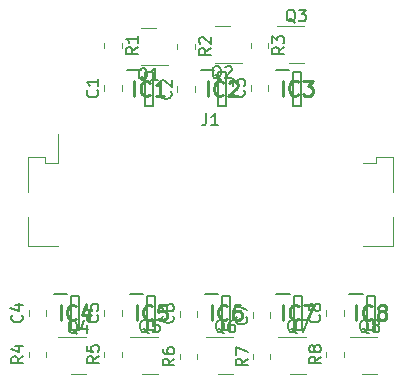
<source format=gbr>
%TF.GenerationSoftware,KiCad,Pcbnew,(6.0.0)*%
%TF.CreationDate,2022-03-28T21:02:23+02:00*%
%TF.ProjectId,BMS,424d532e-6b69-4636-9164-5f7063625858,rev?*%
%TF.SameCoordinates,Original*%
%TF.FileFunction,Legend,Top*%
%TF.FilePolarity,Positive*%
%FSLAX46Y46*%
G04 Gerber Fmt 4.6, Leading zero omitted, Abs format (unit mm)*
G04 Created by KiCad (PCBNEW (6.0.0)) date 2022-03-28 21:02:23*
%MOMM*%
%LPD*%
G01*
G04 APERTURE LIST*
%ADD10C,0.150000*%
%ADD11C,0.254000*%
%ADD12C,0.120000*%
%ADD13C,0.200000*%
G04 APERTURE END LIST*
D10*
%TO.C,R8*%
X116002380Y-94679166D02*
X115526190Y-95012500D01*
X116002380Y-95250595D02*
X115002380Y-95250595D01*
X115002380Y-94869642D01*
X115050000Y-94774404D01*
X115097619Y-94726785D01*
X115192857Y-94679166D01*
X115335714Y-94679166D01*
X115430952Y-94726785D01*
X115478571Y-94774404D01*
X115526190Y-94869642D01*
X115526190Y-95250595D01*
X115430952Y-94107738D02*
X115383333Y-94202976D01*
X115335714Y-94250595D01*
X115240476Y-94298214D01*
X115192857Y-94298214D01*
X115097619Y-94250595D01*
X115050000Y-94202976D01*
X115002380Y-94107738D01*
X115002380Y-93917261D01*
X115050000Y-93822023D01*
X115097619Y-93774404D01*
X115192857Y-93726785D01*
X115240476Y-93726785D01*
X115335714Y-93774404D01*
X115383333Y-93822023D01*
X115430952Y-93917261D01*
X115430952Y-94107738D01*
X115478571Y-94202976D01*
X115526190Y-94250595D01*
X115621428Y-94298214D01*
X115811904Y-94298214D01*
X115907142Y-94250595D01*
X115954761Y-94202976D01*
X116002380Y-94107738D01*
X116002380Y-93917261D01*
X115954761Y-93822023D01*
X115907142Y-93774404D01*
X115811904Y-93726785D01*
X115621428Y-93726785D01*
X115526190Y-93774404D01*
X115478571Y-93822023D01*
X115430952Y-93917261D01*
%TO.C,R7*%
X109802380Y-94854166D02*
X109326190Y-95187500D01*
X109802380Y-95425595D02*
X108802380Y-95425595D01*
X108802380Y-95044642D01*
X108850000Y-94949404D01*
X108897619Y-94901785D01*
X108992857Y-94854166D01*
X109135714Y-94854166D01*
X109230952Y-94901785D01*
X109278571Y-94949404D01*
X109326190Y-95044642D01*
X109326190Y-95425595D01*
X108802380Y-94520833D02*
X108802380Y-93854166D01*
X109802380Y-94282738D01*
%TO.C,R6*%
X103602380Y-94854166D02*
X103126190Y-95187500D01*
X103602380Y-95425595D02*
X102602380Y-95425595D01*
X102602380Y-95044642D01*
X102650000Y-94949404D01*
X102697619Y-94901785D01*
X102792857Y-94854166D01*
X102935714Y-94854166D01*
X103030952Y-94901785D01*
X103078571Y-94949404D01*
X103126190Y-95044642D01*
X103126190Y-95425595D01*
X102602380Y-93997023D02*
X102602380Y-94187500D01*
X102650000Y-94282738D01*
X102697619Y-94330357D01*
X102840476Y-94425595D01*
X103030952Y-94473214D01*
X103411904Y-94473214D01*
X103507142Y-94425595D01*
X103554761Y-94377976D01*
X103602380Y-94282738D01*
X103602380Y-94092261D01*
X103554761Y-93997023D01*
X103507142Y-93949404D01*
X103411904Y-93901785D01*
X103173809Y-93901785D01*
X103078571Y-93949404D01*
X103030952Y-93997023D01*
X102983333Y-94092261D01*
X102983333Y-94282738D01*
X103030952Y-94377976D01*
X103078571Y-94425595D01*
X103173809Y-94473214D01*
%TO.C,R5*%
X97202380Y-94654166D02*
X96726190Y-94987500D01*
X97202380Y-95225595D02*
X96202380Y-95225595D01*
X96202380Y-94844642D01*
X96250000Y-94749404D01*
X96297619Y-94701785D01*
X96392857Y-94654166D01*
X96535714Y-94654166D01*
X96630952Y-94701785D01*
X96678571Y-94749404D01*
X96726190Y-94844642D01*
X96726190Y-95225595D01*
X96202380Y-93749404D02*
X96202380Y-94225595D01*
X96678571Y-94273214D01*
X96630952Y-94225595D01*
X96583333Y-94130357D01*
X96583333Y-93892261D01*
X96630952Y-93797023D01*
X96678571Y-93749404D01*
X96773809Y-93701785D01*
X97011904Y-93701785D01*
X97107142Y-93749404D01*
X97154761Y-93797023D01*
X97202380Y-93892261D01*
X97202380Y-94130357D01*
X97154761Y-94225595D01*
X97107142Y-94273214D01*
%TO.C,R4*%
X90802380Y-94654166D02*
X90326190Y-94987500D01*
X90802380Y-95225595D02*
X89802380Y-95225595D01*
X89802380Y-94844642D01*
X89850000Y-94749404D01*
X89897619Y-94701785D01*
X89992857Y-94654166D01*
X90135714Y-94654166D01*
X90230952Y-94701785D01*
X90278571Y-94749404D01*
X90326190Y-94844642D01*
X90326190Y-95225595D01*
X90135714Y-93797023D02*
X90802380Y-93797023D01*
X89754761Y-94035119D02*
X90469047Y-94273214D01*
X90469047Y-93654166D01*
%TO.C,R3*%
X112902380Y-68479166D02*
X112426190Y-68812500D01*
X112902380Y-69050595D02*
X111902380Y-69050595D01*
X111902380Y-68669642D01*
X111950000Y-68574404D01*
X111997619Y-68526785D01*
X112092857Y-68479166D01*
X112235714Y-68479166D01*
X112330952Y-68526785D01*
X112378571Y-68574404D01*
X112426190Y-68669642D01*
X112426190Y-69050595D01*
X111902380Y-68145833D02*
X111902380Y-67526785D01*
X112283333Y-67860119D01*
X112283333Y-67717261D01*
X112330952Y-67622023D01*
X112378571Y-67574404D01*
X112473809Y-67526785D01*
X112711904Y-67526785D01*
X112807142Y-67574404D01*
X112854761Y-67622023D01*
X112902380Y-67717261D01*
X112902380Y-68002976D01*
X112854761Y-68098214D01*
X112807142Y-68145833D01*
%TO.C,R2*%
X106702380Y-68566666D02*
X106226190Y-68900000D01*
X106702380Y-69138095D02*
X105702380Y-69138095D01*
X105702380Y-68757142D01*
X105750000Y-68661904D01*
X105797619Y-68614285D01*
X105892857Y-68566666D01*
X106035714Y-68566666D01*
X106130952Y-68614285D01*
X106178571Y-68661904D01*
X106226190Y-68757142D01*
X106226190Y-69138095D01*
X105797619Y-68185714D02*
X105750000Y-68138095D01*
X105702380Y-68042857D01*
X105702380Y-67804761D01*
X105750000Y-67709523D01*
X105797619Y-67661904D01*
X105892857Y-67614285D01*
X105988095Y-67614285D01*
X106130952Y-67661904D01*
X106702380Y-68233333D01*
X106702380Y-67614285D01*
%TO.C,R1*%
X100502380Y-68479166D02*
X100026190Y-68812500D01*
X100502380Y-69050595D02*
X99502380Y-69050595D01*
X99502380Y-68669642D01*
X99550000Y-68574404D01*
X99597619Y-68526785D01*
X99692857Y-68479166D01*
X99835714Y-68479166D01*
X99930952Y-68526785D01*
X99978571Y-68574404D01*
X100026190Y-68669642D01*
X100026190Y-69050595D01*
X100502380Y-67526785D02*
X100502380Y-68098214D01*
X100502380Y-67812500D02*
X99502380Y-67812500D01*
X99645238Y-67907738D01*
X99740476Y-68002976D01*
X99788095Y-68098214D01*
%TO.C,Q8*%
X120042261Y-92697619D02*
X119947023Y-92650000D01*
X119851785Y-92554761D01*
X119708928Y-92411904D01*
X119613690Y-92364285D01*
X119518452Y-92364285D01*
X119566071Y-92602380D02*
X119470833Y-92554761D01*
X119375595Y-92459523D01*
X119327976Y-92269047D01*
X119327976Y-91935714D01*
X119375595Y-91745238D01*
X119470833Y-91650000D01*
X119566071Y-91602380D01*
X119756547Y-91602380D01*
X119851785Y-91650000D01*
X119947023Y-91745238D01*
X119994642Y-91935714D01*
X119994642Y-92269047D01*
X119947023Y-92459523D01*
X119851785Y-92554761D01*
X119756547Y-92602380D01*
X119566071Y-92602380D01*
X120566071Y-92030952D02*
X120470833Y-91983333D01*
X120423214Y-91935714D01*
X120375595Y-91840476D01*
X120375595Y-91792857D01*
X120423214Y-91697619D01*
X120470833Y-91650000D01*
X120566071Y-91602380D01*
X120756547Y-91602380D01*
X120851785Y-91650000D01*
X120899404Y-91697619D01*
X120947023Y-91792857D01*
X120947023Y-91840476D01*
X120899404Y-91935714D01*
X120851785Y-91983333D01*
X120756547Y-92030952D01*
X120566071Y-92030952D01*
X120470833Y-92078571D01*
X120423214Y-92126190D01*
X120375595Y-92221428D01*
X120375595Y-92411904D01*
X120423214Y-92507142D01*
X120470833Y-92554761D01*
X120566071Y-92602380D01*
X120756547Y-92602380D01*
X120851785Y-92554761D01*
X120899404Y-92507142D01*
X120947023Y-92411904D01*
X120947023Y-92221428D01*
X120899404Y-92126190D01*
X120851785Y-92078571D01*
X120756547Y-92030952D01*
%TO.C,Q7*%
X113967261Y-92697619D02*
X113872023Y-92650000D01*
X113776785Y-92554761D01*
X113633928Y-92411904D01*
X113538690Y-92364285D01*
X113443452Y-92364285D01*
X113491071Y-92602380D02*
X113395833Y-92554761D01*
X113300595Y-92459523D01*
X113252976Y-92269047D01*
X113252976Y-91935714D01*
X113300595Y-91745238D01*
X113395833Y-91650000D01*
X113491071Y-91602380D01*
X113681547Y-91602380D01*
X113776785Y-91650000D01*
X113872023Y-91745238D01*
X113919642Y-91935714D01*
X113919642Y-92269047D01*
X113872023Y-92459523D01*
X113776785Y-92554761D01*
X113681547Y-92602380D01*
X113491071Y-92602380D01*
X114252976Y-91602380D02*
X114919642Y-91602380D01*
X114491071Y-92602380D01*
%TO.C,Q6*%
X107842261Y-92697619D02*
X107747023Y-92650000D01*
X107651785Y-92554761D01*
X107508928Y-92411904D01*
X107413690Y-92364285D01*
X107318452Y-92364285D01*
X107366071Y-92602380D02*
X107270833Y-92554761D01*
X107175595Y-92459523D01*
X107127976Y-92269047D01*
X107127976Y-91935714D01*
X107175595Y-91745238D01*
X107270833Y-91650000D01*
X107366071Y-91602380D01*
X107556547Y-91602380D01*
X107651785Y-91650000D01*
X107747023Y-91745238D01*
X107794642Y-91935714D01*
X107794642Y-92269047D01*
X107747023Y-92459523D01*
X107651785Y-92554761D01*
X107556547Y-92602380D01*
X107366071Y-92602380D01*
X108651785Y-91602380D02*
X108461309Y-91602380D01*
X108366071Y-91650000D01*
X108318452Y-91697619D01*
X108223214Y-91840476D01*
X108175595Y-92030952D01*
X108175595Y-92411904D01*
X108223214Y-92507142D01*
X108270833Y-92554761D01*
X108366071Y-92602380D01*
X108556547Y-92602380D01*
X108651785Y-92554761D01*
X108699404Y-92507142D01*
X108747023Y-92411904D01*
X108747023Y-92173809D01*
X108699404Y-92078571D01*
X108651785Y-92030952D01*
X108556547Y-91983333D01*
X108366071Y-91983333D01*
X108270833Y-92030952D01*
X108223214Y-92078571D01*
X108175595Y-92173809D01*
%TO.C,Q5*%
X101442261Y-92697619D02*
X101347023Y-92650000D01*
X101251785Y-92554761D01*
X101108928Y-92411904D01*
X101013690Y-92364285D01*
X100918452Y-92364285D01*
X100966071Y-92602380D02*
X100870833Y-92554761D01*
X100775595Y-92459523D01*
X100727976Y-92269047D01*
X100727976Y-91935714D01*
X100775595Y-91745238D01*
X100870833Y-91650000D01*
X100966071Y-91602380D01*
X101156547Y-91602380D01*
X101251785Y-91650000D01*
X101347023Y-91745238D01*
X101394642Y-91935714D01*
X101394642Y-92269047D01*
X101347023Y-92459523D01*
X101251785Y-92554761D01*
X101156547Y-92602380D01*
X100966071Y-92602380D01*
X102299404Y-91602380D02*
X101823214Y-91602380D01*
X101775595Y-92078571D01*
X101823214Y-92030952D01*
X101918452Y-91983333D01*
X102156547Y-91983333D01*
X102251785Y-92030952D01*
X102299404Y-92078571D01*
X102347023Y-92173809D01*
X102347023Y-92411904D01*
X102299404Y-92507142D01*
X102251785Y-92554761D01*
X102156547Y-92602380D01*
X101918452Y-92602380D01*
X101823214Y-92554761D01*
X101775595Y-92507142D01*
%TO.C,Q4*%
X95367261Y-92747619D02*
X95272023Y-92700000D01*
X95176785Y-92604761D01*
X95033928Y-92461904D01*
X94938690Y-92414285D01*
X94843452Y-92414285D01*
X94891071Y-92652380D02*
X94795833Y-92604761D01*
X94700595Y-92509523D01*
X94652976Y-92319047D01*
X94652976Y-91985714D01*
X94700595Y-91795238D01*
X94795833Y-91700000D01*
X94891071Y-91652380D01*
X95081547Y-91652380D01*
X95176785Y-91700000D01*
X95272023Y-91795238D01*
X95319642Y-91985714D01*
X95319642Y-92319047D01*
X95272023Y-92509523D01*
X95176785Y-92604761D01*
X95081547Y-92652380D01*
X94891071Y-92652380D01*
X96176785Y-91985714D02*
X96176785Y-92652380D01*
X95938690Y-91604761D02*
X95700595Y-92319047D01*
X96319642Y-92319047D01*
%TO.C,Q3*%
X113842261Y-66397619D02*
X113747023Y-66350000D01*
X113651785Y-66254761D01*
X113508928Y-66111904D01*
X113413690Y-66064285D01*
X113318452Y-66064285D01*
X113366071Y-66302380D02*
X113270833Y-66254761D01*
X113175595Y-66159523D01*
X113127976Y-65969047D01*
X113127976Y-65635714D01*
X113175595Y-65445238D01*
X113270833Y-65350000D01*
X113366071Y-65302380D01*
X113556547Y-65302380D01*
X113651785Y-65350000D01*
X113747023Y-65445238D01*
X113794642Y-65635714D01*
X113794642Y-65969047D01*
X113747023Y-66159523D01*
X113651785Y-66254761D01*
X113556547Y-66302380D01*
X113366071Y-66302380D01*
X114127976Y-65302380D02*
X114747023Y-65302380D01*
X114413690Y-65683333D01*
X114556547Y-65683333D01*
X114651785Y-65730952D01*
X114699404Y-65778571D01*
X114747023Y-65873809D01*
X114747023Y-66111904D01*
X114699404Y-66207142D01*
X114651785Y-66254761D01*
X114556547Y-66302380D01*
X114270833Y-66302380D01*
X114175595Y-66254761D01*
X114127976Y-66207142D01*
%TO.C,Q2*%
X107567261Y-71197619D02*
X107472023Y-71150000D01*
X107376785Y-71054761D01*
X107233928Y-70911904D01*
X107138690Y-70864285D01*
X107043452Y-70864285D01*
X107091071Y-71102380D02*
X106995833Y-71054761D01*
X106900595Y-70959523D01*
X106852976Y-70769047D01*
X106852976Y-70435714D01*
X106900595Y-70245238D01*
X106995833Y-70150000D01*
X107091071Y-70102380D01*
X107281547Y-70102380D01*
X107376785Y-70150000D01*
X107472023Y-70245238D01*
X107519642Y-70435714D01*
X107519642Y-70769047D01*
X107472023Y-70959523D01*
X107376785Y-71054761D01*
X107281547Y-71102380D01*
X107091071Y-71102380D01*
X107900595Y-70197619D02*
X107948214Y-70150000D01*
X108043452Y-70102380D01*
X108281547Y-70102380D01*
X108376785Y-70150000D01*
X108424404Y-70197619D01*
X108472023Y-70292857D01*
X108472023Y-70388095D01*
X108424404Y-70530952D01*
X107852976Y-71102380D01*
X108472023Y-71102380D01*
%TO.C,Q1*%
X101304761Y-71347619D02*
X101209523Y-71300000D01*
X101114285Y-71204761D01*
X100971428Y-71061904D01*
X100876190Y-71014285D01*
X100780952Y-71014285D01*
X100828571Y-71252380D02*
X100733333Y-71204761D01*
X100638095Y-71109523D01*
X100590476Y-70919047D01*
X100590476Y-70585714D01*
X100638095Y-70395238D01*
X100733333Y-70300000D01*
X100828571Y-70252380D01*
X101019047Y-70252380D01*
X101114285Y-70300000D01*
X101209523Y-70395238D01*
X101257142Y-70585714D01*
X101257142Y-70919047D01*
X101209523Y-71109523D01*
X101114285Y-71204761D01*
X101019047Y-71252380D01*
X100828571Y-71252380D01*
X102209523Y-71252380D02*
X101638095Y-71252380D01*
X101923809Y-71252380D02*
X101923809Y-70252380D01*
X101828571Y-70395238D01*
X101733333Y-70490476D01*
X101638095Y-70538095D01*
%TO.C,J1*%
X106306666Y-74082380D02*
X106306666Y-74796666D01*
X106259047Y-74939523D01*
X106163809Y-75034761D01*
X106020952Y-75082380D01*
X105925714Y-75082380D01*
X107306666Y-75082380D02*
X106735238Y-75082380D01*
X107020952Y-75082380D02*
X107020952Y-74082380D01*
X106925714Y-74225238D01*
X106830476Y-74320476D01*
X106735238Y-74368095D01*
D11*
%TO.C,IC8*%
X119010238Y-91574523D02*
X119010238Y-90304523D01*
X120340714Y-91453571D02*
X120280238Y-91514047D01*
X120098809Y-91574523D01*
X119977857Y-91574523D01*
X119796428Y-91514047D01*
X119675476Y-91393095D01*
X119615000Y-91272142D01*
X119554523Y-91030238D01*
X119554523Y-90848809D01*
X119615000Y-90606904D01*
X119675476Y-90485952D01*
X119796428Y-90365000D01*
X119977857Y-90304523D01*
X120098809Y-90304523D01*
X120280238Y-90365000D01*
X120340714Y-90425476D01*
X121066428Y-90848809D02*
X120945476Y-90788333D01*
X120885000Y-90727857D01*
X120824523Y-90606904D01*
X120824523Y-90546428D01*
X120885000Y-90425476D01*
X120945476Y-90365000D01*
X121066428Y-90304523D01*
X121308333Y-90304523D01*
X121429285Y-90365000D01*
X121489761Y-90425476D01*
X121550238Y-90546428D01*
X121550238Y-90606904D01*
X121489761Y-90727857D01*
X121429285Y-90788333D01*
X121308333Y-90848809D01*
X121066428Y-90848809D01*
X120945476Y-90909285D01*
X120885000Y-90969761D01*
X120824523Y-91090714D01*
X120824523Y-91332619D01*
X120885000Y-91453571D01*
X120945476Y-91514047D01*
X121066428Y-91574523D01*
X121308333Y-91574523D01*
X121429285Y-91514047D01*
X121489761Y-91453571D01*
X121550238Y-91332619D01*
X121550238Y-91090714D01*
X121489761Y-90969761D01*
X121429285Y-90909285D01*
X121308333Y-90848809D01*
%TO.C,IC7*%
X112810238Y-91574523D02*
X112810238Y-90304523D01*
X114140714Y-91453571D02*
X114080238Y-91514047D01*
X113898809Y-91574523D01*
X113777857Y-91574523D01*
X113596428Y-91514047D01*
X113475476Y-91393095D01*
X113415000Y-91272142D01*
X113354523Y-91030238D01*
X113354523Y-90848809D01*
X113415000Y-90606904D01*
X113475476Y-90485952D01*
X113596428Y-90365000D01*
X113777857Y-90304523D01*
X113898809Y-90304523D01*
X114080238Y-90365000D01*
X114140714Y-90425476D01*
X114564047Y-90304523D02*
X115410714Y-90304523D01*
X114866428Y-91574523D01*
%TO.C,IC6*%
X106760238Y-91574523D02*
X106760238Y-90304523D01*
X108090714Y-91453571D02*
X108030238Y-91514047D01*
X107848809Y-91574523D01*
X107727857Y-91574523D01*
X107546428Y-91514047D01*
X107425476Y-91393095D01*
X107365000Y-91272142D01*
X107304523Y-91030238D01*
X107304523Y-90848809D01*
X107365000Y-90606904D01*
X107425476Y-90485952D01*
X107546428Y-90365000D01*
X107727857Y-90304523D01*
X107848809Y-90304523D01*
X108030238Y-90365000D01*
X108090714Y-90425476D01*
X109179285Y-90304523D02*
X108937380Y-90304523D01*
X108816428Y-90365000D01*
X108755952Y-90425476D01*
X108635000Y-90606904D01*
X108574523Y-90848809D01*
X108574523Y-91332619D01*
X108635000Y-91453571D01*
X108695476Y-91514047D01*
X108816428Y-91574523D01*
X109058333Y-91574523D01*
X109179285Y-91514047D01*
X109239761Y-91453571D01*
X109300238Y-91332619D01*
X109300238Y-91030238D01*
X109239761Y-90909285D01*
X109179285Y-90848809D01*
X109058333Y-90788333D01*
X108816428Y-90788333D01*
X108695476Y-90848809D01*
X108635000Y-90909285D01*
X108574523Y-91030238D01*
%TO.C,IC5*%
X100410238Y-91574523D02*
X100410238Y-90304523D01*
X101740714Y-91453571D02*
X101680238Y-91514047D01*
X101498809Y-91574523D01*
X101377857Y-91574523D01*
X101196428Y-91514047D01*
X101075476Y-91393095D01*
X101015000Y-91272142D01*
X100954523Y-91030238D01*
X100954523Y-90848809D01*
X101015000Y-90606904D01*
X101075476Y-90485952D01*
X101196428Y-90365000D01*
X101377857Y-90304523D01*
X101498809Y-90304523D01*
X101680238Y-90365000D01*
X101740714Y-90425476D01*
X102889761Y-90304523D02*
X102285000Y-90304523D01*
X102224523Y-90909285D01*
X102285000Y-90848809D01*
X102405952Y-90788333D01*
X102708333Y-90788333D01*
X102829285Y-90848809D01*
X102889761Y-90909285D01*
X102950238Y-91030238D01*
X102950238Y-91332619D01*
X102889761Y-91453571D01*
X102829285Y-91514047D01*
X102708333Y-91574523D01*
X102405952Y-91574523D01*
X102285000Y-91514047D01*
X102224523Y-91453571D01*
%TO.C,IC4*%
X93960238Y-91574523D02*
X93960238Y-90304523D01*
X95290714Y-91453571D02*
X95230238Y-91514047D01*
X95048809Y-91574523D01*
X94927857Y-91574523D01*
X94746428Y-91514047D01*
X94625476Y-91393095D01*
X94565000Y-91272142D01*
X94504523Y-91030238D01*
X94504523Y-90848809D01*
X94565000Y-90606904D01*
X94625476Y-90485952D01*
X94746428Y-90365000D01*
X94927857Y-90304523D01*
X95048809Y-90304523D01*
X95230238Y-90365000D01*
X95290714Y-90425476D01*
X96379285Y-90727857D02*
X96379285Y-91574523D01*
X96076904Y-90244047D02*
X95774523Y-91151190D01*
X96560714Y-91151190D01*
%TO.C,IC3*%
X112760238Y-72574523D02*
X112760238Y-71304523D01*
X114090714Y-72453571D02*
X114030238Y-72514047D01*
X113848809Y-72574523D01*
X113727857Y-72574523D01*
X113546428Y-72514047D01*
X113425476Y-72393095D01*
X113365000Y-72272142D01*
X113304523Y-72030238D01*
X113304523Y-71848809D01*
X113365000Y-71606904D01*
X113425476Y-71485952D01*
X113546428Y-71365000D01*
X113727857Y-71304523D01*
X113848809Y-71304523D01*
X114030238Y-71365000D01*
X114090714Y-71425476D01*
X114514047Y-71304523D02*
X115300238Y-71304523D01*
X114876904Y-71788333D01*
X115058333Y-71788333D01*
X115179285Y-71848809D01*
X115239761Y-71909285D01*
X115300238Y-72030238D01*
X115300238Y-72332619D01*
X115239761Y-72453571D01*
X115179285Y-72514047D01*
X115058333Y-72574523D01*
X114695476Y-72574523D01*
X114574523Y-72514047D01*
X114514047Y-72453571D01*
%TO.C,IC2*%
X106410238Y-72624523D02*
X106410238Y-71354523D01*
X107740714Y-72503571D02*
X107680238Y-72564047D01*
X107498809Y-72624523D01*
X107377857Y-72624523D01*
X107196428Y-72564047D01*
X107075476Y-72443095D01*
X107015000Y-72322142D01*
X106954523Y-72080238D01*
X106954523Y-71898809D01*
X107015000Y-71656904D01*
X107075476Y-71535952D01*
X107196428Y-71415000D01*
X107377857Y-71354523D01*
X107498809Y-71354523D01*
X107680238Y-71415000D01*
X107740714Y-71475476D01*
X108224523Y-71475476D02*
X108285000Y-71415000D01*
X108405952Y-71354523D01*
X108708333Y-71354523D01*
X108829285Y-71415000D01*
X108889761Y-71475476D01*
X108950238Y-71596428D01*
X108950238Y-71717380D01*
X108889761Y-71898809D01*
X108164047Y-72624523D01*
X108950238Y-72624523D01*
%TO.C,IC1*%
X100210238Y-72624523D02*
X100210238Y-71354523D01*
X101540714Y-72503571D02*
X101480238Y-72564047D01*
X101298809Y-72624523D01*
X101177857Y-72624523D01*
X100996428Y-72564047D01*
X100875476Y-72443095D01*
X100815000Y-72322142D01*
X100754523Y-72080238D01*
X100754523Y-71898809D01*
X100815000Y-71656904D01*
X100875476Y-71535952D01*
X100996428Y-71415000D01*
X101177857Y-71354523D01*
X101298809Y-71354523D01*
X101480238Y-71415000D01*
X101540714Y-71475476D01*
X102750238Y-72624523D02*
X102024523Y-72624523D01*
X102387380Y-72624523D02*
X102387380Y-71354523D01*
X102266428Y-71535952D01*
X102145476Y-71656904D01*
X102024523Y-71717380D01*
D10*
%TO.C,C8*%
X115877142Y-91166666D02*
X115924761Y-91214285D01*
X115972380Y-91357142D01*
X115972380Y-91452380D01*
X115924761Y-91595238D01*
X115829523Y-91690476D01*
X115734285Y-91738095D01*
X115543809Y-91785714D01*
X115400952Y-91785714D01*
X115210476Y-91738095D01*
X115115238Y-91690476D01*
X115020000Y-91595238D01*
X114972380Y-91452380D01*
X114972380Y-91357142D01*
X115020000Y-91214285D01*
X115067619Y-91166666D01*
X115400952Y-90595238D02*
X115353333Y-90690476D01*
X115305714Y-90738095D01*
X115210476Y-90785714D01*
X115162857Y-90785714D01*
X115067619Y-90738095D01*
X115020000Y-90690476D01*
X114972380Y-90595238D01*
X114972380Y-90404761D01*
X115020000Y-90309523D01*
X115067619Y-90261904D01*
X115162857Y-90214285D01*
X115210476Y-90214285D01*
X115305714Y-90261904D01*
X115353333Y-90309523D01*
X115400952Y-90404761D01*
X115400952Y-90595238D01*
X115448571Y-90690476D01*
X115496190Y-90738095D01*
X115591428Y-90785714D01*
X115781904Y-90785714D01*
X115877142Y-90738095D01*
X115924761Y-90690476D01*
X115972380Y-90595238D01*
X115972380Y-90404761D01*
X115924761Y-90309523D01*
X115877142Y-90261904D01*
X115781904Y-90214285D01*
X115591428Y-90214285D01*
X115496190Y-90261904D01*
X115448571Y-90309523D01*
X115400952Y-90404761D01*
%TO.C,C7*%
X109677142Y-91316666D02*
X109724761Y-91364285D01*
X109772380Y-91507142D01*
X109772380Y-91602380D01*
X109724761Y-91745238D01*
X109629523Y-91840476D01*
X109534285Y-91888095D01*
X109343809Y-91935714D01*
X109200952Y-91935714D01*
X109010476Y-91888095D01*
X108915238Y-91840476D01*
X108820000Y-91745238D01*
X108772380Y-91602380D01*
X108772380Y-91507142D01*
X108820000Y-91364285D01*
X108867619Y-91316666D01*
X108772380Y-90983333D02*
X108772380Y-90316666D01*
X109772380Y-90745238D01*
%TO.C,C6*%
X103477142Y-91216666D02*
X103524761Y-91264285D01*
X103572380Y-91407142D01*
X103572380Y-91502380D01*
X103524761Y-91645238D01*
X103429523Y-91740476D01*
X103334285Y-91788095D01*
X103143809Y-91835714D01*
X103000952Y-91835714D01*
X102810476Y-91788095D01*
X102715238Y-91740476D01*
X102620000Y-91645238D01*
X102572380Y-91502380D01*
X102572380Y-91407142D01*
X102620000Y-91264285D01*
X102667619Y-91216666D01*
X102572380Y-90359523D02*
X102572380Y-90550000D01*
X102620000Y-90645238D01*
X102667619Y-90692857D01*
X102810476Y-90788095D01*
X103000952Y-90835714D01*
X103381904Y-90835714D01*
X103477142Y-90788095D01*
X103524761Y-90740476D01*
X103572380Y-90645238D01*
X103572380Y-90454761D01*
X103524761Y-90359523D01*
X103477142Y-90311904D01*
X103381904Y-90264285D01*
X103143809Y-90264285D01*
X103048571Y-90311904D01*
X103000952Y-90359523D01*
X102953333Y-90454761D01*
X102953333Y-90645238D01*
X103000952Y-90740476D01*
X103048571Y-90788095D01*
X103143809Y-90835714D01*
%TO.C,C5*%
X97077142Y-91166666D02*
X97124761Y-91214285D01*
X97172380Y-91357142D01*
X97172380Y-91452380D01*
X97124761Y-91595238D01*
X97029523Y-91690476D01*
X96934285Y-91738095D01*
X96743809Y-91785714D01*
X96600952Y-91785714D01*
X96410476Y-91738095D01*
X96315238Y-91690476D01*
X96220000Y-91595238D01*
X96172380Y-91452380D01*
X96172380Y-91357142D01*
X96220000Y-91214285D01*
X96267619Y-91166666D01*
X96172380Y-90261904D02*
X96172380Y-90738095D01*
X96648571Y-90785714D01*
X96600952Y-90738095D01*
X96553333Y-90642857D01*
X96553333Y-90404761D01*
X96600952Y-90309523D01*
X96648571Y-90261904D01*
X96743809Y-90214285D01*
X96981904Y-90214285D01*
X97077142Y-90261904D01*
X97124761Y-90309523D01*
X97172380Y-90404761D01*
X97172380Y-90642857D01*
X97124761Y-90738095D01*
X97077142Y-90785714D01*
%TO.C,C4*%
X90677142Y-91166666D02*
X90724761Y-91214285D01*
X90772380Y-91357142D01*
X90772380Y-91452380D01*
X90724761Y-91595238D01*
X90629523Y-91690476D01*
X90534285Y-91738095D01*
X90343809Y-91785714D01*
X90200952Y-91785714D01*
X90010476Y-91738095D01*
X89915238Y-91690476D01*
X89820000Y-91595238D01*
X89772380Y-91452380D01*
X89772380Y-91357142D01*
X89820000Y-91214285D01*
X89867619Y-91166666D01*
X90105714Y-90309523D02*
X90772380Y-90309523D01*
X89724761Y-90547619D02*
X90439047Y-90785714D01*
X90439047Y-90166666D01*
%TO.C,C3*%
X109477142Y-72116666D02*
X109524761Y-72164285D01*
X109572380Y-72307142D01*
X109572380Y-72402380D01*
X109524761Y-72545238D01*
X109429523Y-72640476D01*
X109334285Y-72688095D01*
X109143809Y-72735714D01*
X109000952Y-72735714D01*
X108810476Y-72688095D01*
X108715238Y-72640476D01*
X108620000Y-72545238D01*
X108572380Y-72402380D01*
X108572380Y-72307142D01*
X108620000Y-72164285D01*
X108667619Y-72116666D01*
X108572380Y-71783333D02*
X108572380Y-71164285D01*
X108953333Y-71497619D01*
X108953333Y-71354761D01*
X109000952Y-71259523D01*
X109048571Y-71211904D01*
X109143809Y-71164285D01*
X109381904Y-71164285D01*
X109477142Y-71211904D01*
X109524761Y-71259523D01*
X109572380Y-71354761D01*
X109572380Y-71640476D01*
X109524761Y-71735714D01*
X109477142Y-71783333D01*
%TO.C,C2*%
X103277142Y-72216666D02*
X103324761Y-72264285D01*
X103372380Y-72407142D01*
X103372380Y-72502380D01*
X103324761Y-72645238D01*
X103229523Y-72740476D01*
X103134285Y-72788095D01*
X102943809Y-72835714D01*
X102800952Y-72835714D01*
X102610476Y-72788095D01*
X102515238Y-72740476D01*
X102420000Y-72645238D01*
X102372380Y-72502380D01*
X102372380Y-72407142D01*
X102420000Y-72264285D01*
X102467619Y-72216666D01*
X102467619Y-71835714D02*
X102420000Y-71788095D01*
X102372380Y-71692857D01*
X102372380Y-71454761D01*
X102420000Y-71359523D01*
X102467619Y-71311904D01*
X102562857Y-71264285D01*
X102658095Y-71264285D01*
X102800952Y-71311904D01*
X103372380Y-71883333D01*
X103372380Y-71264285D01*
%TO.C,C1*%
X97077142Y-72116666D02*
X97124761Y-72164285D01*
X97172380Y-72307142D01*
X97172380Y-72402380D01*
X97124761Y-72545238D01*
X97029523Y-72640476D01*
X96934285Y-72688095D01*
X96743809Y-72735714D01*
X96600952Y-72735714D01*
X96410476Y-72688095D01*
X96315238Y-72640476D01*
X96220000Y-72545238D01*
X96172380Y-72402380D01*
X96172380Y-72307142D01*
X96220000Y-72164285D01*
X96267619Y-72116666D01*
X97172380Y-71164285D02*
X97172380Y-71735714D01*
X97172380Y-71450000D02*
X96172380Y-71450000D01*
X96315238Y-71545238D01*
X96410476Y-71640476D01*
X96458095Y-71735714D01*
D12*
%TO.C,R8*%
X116465000Y-94739564D02*
X116465000Y-94285436D01*
X117935000Y-94739564D02*
X117935000Y-94285436D01*
%TO.C,R7*%
X110265000Y-94914564D02*
X110265000Y-94460436D01*
X111735000Y-94914564D02*
X111735000Y-94460436D01*
%TO.C,R6*%
X104065000Y-94914564D02*
X104065000Y-94460436D01*
X105535000Y-94914564D02*
X105535000Y-94460436D01*
%TO.C,R5*%
X97665000Y-94714564D02*
X97665000Y-94260436D01*
X99135000Y-94714564D02*
X99135000Y-94260436D01*
%TO.C,R4*%
X91265000Y-94714564D02*
X91265000Y-94260436D01*
X92735000Y-94714564D02*
X92735000Y-94260436D01*
%TO.C,R3*%
X111535000Y-68085436D02*
X111535000Y-68539564D01*
X110065000Y-68085436D02*
X110065000Y-68539564D01*
%TO.C,R2*%
X105335000Y-68172936D02*
X105335000Y-68627064D01*
X103865000Y-68172936D02*
X103865000Y-68627064D01*
%TO.C,R1*%
X99135000Y-68085436D02*
X99135000Y-68539564D01*
X97665000Y-68085436D02*
X97665000Y-68539564D01*
%TO.C,Q8*%
X120137500Y-96110000D02*
X120787500Y-96110000D01*
X120137500Y-96110000D02*
X119487500Y-96110000D01*
X120137500Y-92990000D02*
X120787500Y-92990000D01*
X120137500Y-92990000D02*
X118462500Y-92990000D01*
%TO.C,Q7*%
X114062500Y-96110000D02*
X114712500Y-96110000D01*
X114062500Y-96110000D02*
X113412500Y-96110000D01*
X114062500Y-92990000D02*
X114712500Y-92990000D01*
X114062500Y-92990000D02*
X112387500Y-92990000D01*
%TO.C,Q6*%
X107937500Y-96110000D02*
X108587500Y-96110000D01*
X107937500Y-96110000D02*
X107287500Y-96110000D01*
X107937500Y-92990000D02*
X108587500Y-92990000D01*
X107937500Y-92990000D02*
X106262500Y-92990000D01*
%TO.C,Q5*%
X101537500Y-96110000D02*
X102187500Y-96110000D01*
X101537500Y-96110000D02*
X100887500Y-96110000D01*
X101537500Y-92990000D02*
X102187500Y-92990000D01*
X101537500Y-92990000D02*
X99862500Y-92990000D01*
%TO.C,Q4*%
X95462500Y-96160000D02*
X96112500Y-96160000D01*
X95462500Y-96160000D02*
X94812500Y-96160000D01*
X95462500Y-93040000D02*
X96112500Y-93040000D01*
X95462500Y-93040000D02*
X93787500Y-93040000D01*
%TO.C,Q3*%
X113937500Y-69810000D02*
X114587500Y-69810000D01*
X113937500Y-69810000D02*
X113287500Y-69810000D01*
X113937500Y-66690000D02*
X114587500Y-66690000D01*
X113937500Y-66690000D02*
X112262500Y-66690000D01*
%TO.C,Q2*%
X107662500Y-66690000D02*
X107012500Y-66690000D01*
X107662500Y-66690000D02*
X108312500Y-66690000D01*
X107662500Y-69810000D02*
X107012500Y-69810000D01*
X107662500Y-69810000D02*
X109337500Y-69810000D01*
%TO.C,Q1*%
X101400000Y-66840000D02*
X100750000Y-66840000D01*
X101400000Y-66840000D02*
X102050000Y-66840000D01*
X101400000Y-69960000D02*
X100750000Y-69960000D01*
X101400000Y-69960000D02*
X103075000Y-69960000D01*
%TO.C,J1*%
X91205000Y-82885000D02*
X91205000Y-85340000D01*
X91205000Y-85340000D02*
X93745000Y-85340000D01*
X122075000Y-82885000D02*
X122075000Y-85340000D01*
X122075000Y-85340000D02*
X119535000Y-85340000D01*
X91205000Y-80715000D02*
X91205000Y-77750000D01*
X91205000Y-77750000D02*
X92625000Y-77750000D01*
X92625000Y-77750000D02*
X92625000Y-78250000D01*
X92625000Y-78250000D02*
X93745000Y-78250000D01*
X93745000Y-78250000D02*
X93745000Y-75830000D01*
X122075000Y-80715000D02*
X122075000Y-77750000D01*
X122075000Y-77750000D02*
X120655000Y-77750000D01*
X120655000Y-77750000D02*
X120655000Y-78250000D01*
X120655000Y-78250000D02*
X119535000Y-78250000D01*
D13*
%TO.C,IC8*%
X119925000Y-89550000D02*
X120575000Y-89550000D01*
X120575000Y-89550000D02*
X120575000Y-92450000D01*
X120575000Y-92450000D02*
X119925000Y-92450000D01*
X119925000Y-92450000D02*
X119925000Y-89550000D01*
X118425000Y-89400000D02*
X119575000Y-89400000D01*
%TO.C,IC7*%
X113725000Y-89550000D02*
X114375000Y-89550000D01*
X114375000Y-89550000D02*
X114375000Y-92450000D01*
X114375000Y-92450000D02*
X113725000Y-92450000D01*
X113725000Y-92450000D02*
X113725000Y-89550000D01*
X112225000Y-89400000D02*
X113375000Y-89400000D01*
%TO.C,IC6*%
X107675000Y-89550000D02*
X108325000Y-89550000D01*
X108325000Y-89550000D02*
X108325000Y-92450000D01*
X108325000Y-92450000D02*
X107675000Y-92450000D01*
X107675000Y-92450000D02*
X107675000Y-89550000D01*
X106175000Y-89400000D02*
X107325000Y-89400000D01*
%TO.C,IC5*%
X101325000Y-89550000D02*
X101975000Y-89550000D01*
X101975000Y-89550000D02*
X101975000Y-92450000D01*
X101975000Y-92450000D02*
X101325000Y-92450000D01*
X101325000Y-92450000D02*
X101325000Y-89550000D01*
X99825000Y-89400000D02*
X100975000Y-89400000D01*
%TO.C,IC4*%
X94875000Y-89550000D02*
X95525000Y-89550000D01*
X95525000Y-89550000D02*
X95525000Y-92450000D01*
X95525000Y-92450000D02*
X94875000Y-92450000D01*
X94875000Y-92450000D02*
X94875000Y-89550000D01*
X93375000Y-89400000D02*
X94525000Y-89400000D01*
%TO.C,IC3*%
X113675000Y-70550000D02*
X114325000Y-70550000D01*
X114325000Y-70550000D02*
X114325000Y-73450000D01*
X114325000Y-73450000D02*
X113675000Y-73450000D01*
X113675000Y-73450000D02*
X113675000Y-70550000D01*
X112175000Y-70400000D02*
X113325000Y-70400000D01*
%TO.C,IC2*%
X107325000Y-70600000D02*
X107975000Y-70600000D01*
X107975000Y-70600000D02*
X107975000Y-73500000D01*
X107975000Y-73500000D02*
X107325000Y-73500000D01*
X107325000Y-73500000D02*
X107325000Y-70600000D01*
X105825000Y-70450000D02*
X106975000Y-70450000D01*
%TO.C,IC1*%
X101125000Y-70600000D02*
X101775000Y-70600000D01*
X101775000Y-70600000D02*
X101775000Y-73500000D01*
X101775000Y-73500000D02*
X101125000Y-73500000D01*
X101125000Y-73500000D02*
X101125000Y-70600000D01*
X99625000Y-70450000D02*
X100775000Y-70450000D01*
D12*
%TO.C,C8*%
X116465000Y-91261252D02*
X116465000Y-90738748D01*
X117935000Y-91261252D02*
X117935000Y-90738748D01*
%TO.C,C7*%
X110265000Y-91411252D02*
X110265000Y-90888748D01*
X111735000Y-91411252D02*
X111735000Y-90888748D01*
%TO.C,C6*%
X104065000Y-91311252D02*
X104065000Y-90788748D01*
X105535000Y-91311252D02*
X105535000Y-90788748D01*
%TO.C,C5*%
X97665000Y-91261252D02*
X97665000Y-90738748D01*
X99135000Y-91261252D02*
X99135000Y-90738748D01*
%TO.C,C4*%
X91265000Y-91261252D02*
X91265000Y-90738748D01*
X92735000Y-91261252D02*
X92735000Y-90738748D01*
%TO.C,C3*%
X110065000Y-72211252D02*
X110065000Y-71688748D01*
X111535000Y-72211252D02*
X111535000Y-71688748D01*
%TO.C,C2*%
X103865000Y-72311252D02*
X103865000Y-71788748D01*
X105335000Y-72311252D02*
X105335000Y-71788748D01*
%TO.C,C1*%
X97665000Y-72211252D02*
X97665000Y-71688748D01*
X99135000Y-72211252D02*
X99135000Y-71688748D01*
%TD*%
M02*

</source>
